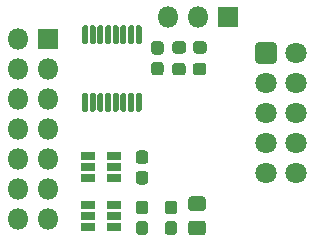
<source format=gts>
%TF.GenerationSoftware,KiCad,Pcbnew,(5.1.6-0)*%
%TF.CreationDate,2022-11-03T10:15:40+01:00*%
%TF.ProjectId,Monitorswitch,4d6f6e69-746f-4727-9377-697463682e6b,rev?*%
%TF.SameCoordinates,Original*%
%TF.FileFunction,Soldermask,Top*%
%TF.FilePolarity,Negative*%
%FSLAX46Y46*%
G04 Gerber Fmt 4.6, Leading zero omitted, Abs format (unit mm)*
G04 Created by KiCad (PCBNEW (5.1.6-0)) date 2022-11-03 10:15:40*
%MOMM*%
%LPD*%
G01*
G04 APERTURE LIST*
%ADD10R,1.160000X0.750000*%
%ADD11O,1.800000X1.800000*%
%ADD12R,1.800000X1.800000*%
%ADD13C,1.800000*%
G04 APERTURE END LIST*
D10*
%TO.C,U3*%
X129174600Y-107223600D03*
X129174600Y-106273600D03*
X129174600Y-108173600D03*
X126974600Y-108173600D03*
X126974600Y-107223600D03*
X126974600Y-106273600D03*
%TD*%
%TO.C,U2*%
X129184400Y-111389200D03*
X129184400Y-110439200D03*
X129184400Y-112339200D03*
X126984400Y-112339200D03*
X126984400Y-111389200D03*
X126984400Y-110439200D03*
%TD*%
D11*
%TO.C,J3*%
X133760000Y-94500000D03*
X136300000Y-94500000D03*
D12*
X138840000Y-94500000D03*
%TD*%
D13*
%TO.C,J1*%
X144590000Y-107740000D03*
X144590000Y-105200000D03*
X144590000Y-102660000D03*
X144590000Y-100120000D03*
X144590000Y-97580000D03*
X142050000Y-107740000D03*
X142050000Y-105200000D03*
X142050000Y-102660000D03*
X142050000Y-100120000D03*
G36*
G01*
X141150000Y-98215294D02*
X141150000Y-96944706D01*
G75*
G02*
X141414706Y-96680000I264706J0D01*
G01*
X142685294Y-96680000D01*
G75*
G02*
X142950000Y-96944706I0J-264706D01*
G01*
X142950000Y-98215294D01*
G75*
G02*
X142685294Y-98480000I-264706J0D01*
G01*
X141414706Y-98480000D01*
G75*
G02*
X141150000Y-98215294I0J264706D01*
G01*
G37*
%TD*%
%TO.C,R1*%
G36*
G01*
X134262500Y-111225000D02*
X133737500Y-111225000D01*
G75*
G02*
X133475000Y-110962500I0J262500D01*
G01*
X133475000Y-110337500D01*
G75*
G02*
X133737500Y-110075000I262500J0D01*
G01*
X134262500Y-110075000D01*
G75*
G02*
X134525000Y-110337500I0J-262500D01*
G01*
X134525000Y-110962500D01*
G75*
G02*
X134262500Y-111225000I-262500J0D01*
G01*
G37*
G36*
G01*
X134262500Y-112975000D02*
X133737500Y-112975000D01*
G75*
G02*
X133475000Y-112712500I0J262500D01*
G01*
X133475000Y-112087500D01*
G75*
G02*
X133737500Y-111825000I262500J0D01*
G01*
X134262500Y-111825000D01*
G75*
G02*
X134525000Y-112087500I0J-262500D01*
G01*
X134525000Y-112712500D01*
G75*
G02*
X134262500Y-112975000I-262500J0D01*
G01*
G37*
%TD*%
D11*
%TO.C,J2*%
X121060000Y-111640000D03*
X123600000Y-111640000D03*
X121060000Y-109100000D03*
X123600000Y-109100000D03*
X121060000Y-106560000D03*
X123600000Y-106560000D03*
X121060000Y-104020000D03*
X123600000Y-104020000D03*
X121060000Y-101480000D03*
X123600000Y-101480000D03*
X121060000Y-98940000D03*
X123600000Y-98940000D03*
X121060000Y-96400000D03*
D12*
X123600000Y-96400000D03*
%TD*%
%TO.C,FB2*%
G36*
G01*
X135875000Y-97362500D02*
X135875000Y-96837500D01*
G75*
G02*
X136137500Y-96575000I262500J0D01*
G01*
X136762500Y-96575000D01*
G75*
G02*
X137025000Y-96837500I0J-262500D01*
G01*
X137025000Y-97362500D01*
G75*
G02*
X136762500Y-97625000I-262500J0D01*
G01*
X136137500Y-97625000D01*
G75*
G02*
X135875000Y-97362500I0J262500D01*
G01*
G37*
G36*
G01*
X134125000Y-97362500D02*
X134125000Y-96837500D01*
G75*
G02*
X134387500Y-96575000I262500J0D01*
G01*
X135012500Y-96575000D01*
G75*
G02*
X135275000Y-96837500I0J-262500D01*
G01*
X135275000Y-97362500D01*
G75*
G02*
X135012500Y-97625000I-262500J0D01*
G01*
X134387500Y-97625000D01*
G75*
G02*
X134125000Y-97362500I0J262500D01*
G01*
G37*
%TD*%
%TO.C,FB1*%
G36*
G01*
X135850000Y-99212500D02*
X135850000Y-98687500D01*
G75*
G02*
X136112500Y-98425000I262500J0D01*
G01*
X136737500Y-98425000D01*
G75*
G02*
X137000000Y-98687500I0J-262500D01*
G01*
X137000000Y-99212500D01*
G75*
G02*
X136737500Y-99475000I-262500J0D01*
G01*
X136112500Y-99475000D01*
G75*
G02*
X135850000Y-99212500I0J262500D01*
G01*
G37*
G36*
G01*
X134100000Y-99212500D02*
X134100000Y-98687500D01*
G75*
G02*
X134362500Y-98425000I262500J0D01*
G01*
X134987500Y-98425000D01*
G75*
G02*
X135250000Y-98687500I0J-262500D01*
G01*
X135250000Y-99212500D01*
G75*
G02*
X134987500Y-99475000I-262500J0D01*
G01*
X134362500Y-99475000D01*
G75*
G02*
X134100000Y-99212500I0J262500D01*
G01*
G37*
%TD*%
%TO.C,C4*%
G36*
G01*
X136685762Y-110970000D02*
X135729238Y-110970000D01*
G75*
G02*
X135457500Y-110698262I0J271738D01*
G01*
X135457500Y-109991738D01*
G75*
G02*
X135729238Y-109720000I271738J0D01*
G01*
X136685762Y-109720000D01*
G75*
G02*
X136957500Y-109991738I0J-271738D01*
G01*
X136957500Y-110698262D01*
G75*
G02*
X136685762Y-110970000I-271738J0D01*
G01*
G37*
G36*
G01*
X136685762Y-113020000D02*
X135729238Y-113020000D01*
G75*
G02*
X135457500Y-112748262I0J271738D01*
G01*
X135457500Y-112041738D01*
G75*
G02*
X135729238Y-111770000I271738J0D01*
G01*
X136685762Y-111770000D01*
G75*
G02*
X136957500Y-112041738I0J-271738D01*
G01*
X136957500Y-112748262D01*
G75*
G02*
X136685762Y-113020000I-271738J0D01*
G01*
G37*
%TD*%
%TO.C,C3*%
G36*
G01*
X131812500Y-106975000D02*
X131287500Y-106975000D01*
G75*
G02*
X131025000Y-106712500I0J262500D01*
G01*
X131025000Y-106087500D01*
G75*
G02*
X131287500Y-105825000I262500J0D01*
G01*
X131812500Y-105825000D01*
G75*
G02*
X132075000Y-106087500I0J-262500D01*
G01*
X132075000Y-106712500D01*
G75*
G02*
X131812500Y-106975000I-262500J0D01*
G01*
G37*
G36*
G01*
X131812500Y-108725000D02*
X131287500Y-108725000D01*
G75*
G02*
X131025000Y-108462500I0J262500D01*
G01*
X131025000Y-107837500D01*
G75*
G02*
X131287500Y-107575000I262500J0D01*
G01*
X131812500Y-107575000D01*
G75*
G02*
X132075000Y-107837500I0J-262500D01*
G01*
X132075000Y-108462500D01*
G75*
G02*
X131812500Y-108725000I-262500J0D01*
G01*
G37*
%TD*%
%TO.C,C2*%
G36*
G01*
X131812500Y-111225000D02*
X131287500Y-111225000D01*
G75*
G02*
X131025000Y-110962500I0J262500D01*
G01*
X131025000Y-110337500D01*
G75*
G02*
X131287500Y-110075000I262500J0D01*
G01*
X131812500Y-110075000D01*
G75*
G02*
X132075000Y-110337500I0J-262500D01*
G01*
X132075000Y-110962500D01*
G75*
G02*
X131812500Y-111225000I-262500J0D01*
G01*
G37*
G36*
G01*
X131812500Y-112975000D02*
X131287500Y-112975000D01*
G75*
G02*
X131025000Y-112712500I0J262500D01*
G01*
X131025000Y-112087500D01*
G75*
G02*
X131287500Y-111825000I262500J0D01*
G01*
X131812500Y-111825000D01*
G75*
G02*
X132075000Y-112087500I0J-262500D01*
G01*
X132075000Y-112712500D01*
G75*
G02*
X131812500Y-112975000I-262500J0D01*
G01*
G37*
%TD*%
%TO.C,C1*%
G36*
G01*
X133112500Y-97725000D02*
X132587500Y-97725000D01*
G75*
G02*
X132325000Y-97462500I0J262500D01*
G01*
X132325000Y-96837500D01*
G75*
G02*
X132587500Y-96575000I262500J0D01*
G01*
X133112500Y-96575000D01*
G75*
G02*
X133375000Y-96837500I0J-262500D01*
G01*
X133375000Y-97462500D01*
G75*
G02*
X133112500Y-97725000I-262500J0D01*
G01*
G37*
G36*
G01*
X133112500Y-99475000D02*
X132587500Y-99475000D01*
G75*
G02*
X132325000Y-99212500I0J262500D01*
G01*
X132325000Y-98587500D01*
G75*
G02*
X132587500Y-98325000I262500J0D01*
G01*
X133112500Y-98325000D01*
G75*
G02*
X133375000Y-98587500I0J-262500D01*
G01*
X133375000Y-99212500D01*
G75*
G02*
X133112500Y-99475000I-262500J0D01*
G01*
G37*
%TD*%
%TO.C,U1*%
G36*
G01*
X126850000Y-96825000D02*
X126600000Y-96825000D01*
G75*
G02*
X126475000Y-96700000I0J125000D01*
G01*
X126475000Y-95375000D01*
G75*
G02*
X126600000Y-95250000I125000J0D01*
G01*
X126850000Y-95250000D01*
G75*
G02*
X126975000Y-95375000I0J-125000D01*
G01*
X126975000Y-96700000D01*
G75*
G02*
X126850000Y-96825000I-125000J0D01*
G01*
G37*
G36*
G01*
X127500000Y-96825000D02*
X127250000Y-96825000D01*
G75*
G02*
X127125000Y-96700000I0J125000D01*
G01*
X127125000Y-95375000D01*
G75*
G02*
X127250000Y-95250000I125000J0D01*
G01*
X127500000Y-95250000D01*
G75*
G02*
X127625000Y-95375000I0J-125000D01*
G01*
X127625000Y-96700000D01*
G75*
G02*
X127500000Y-96825000I-125000J0D01*
G01*
G37*
G36*
G01*
X128150000Y-96825000D02*
X127900000Y-96825000D01*
G75*
G02*
X127775000Y-96700000I0J125000D01*
G01*
X127775000Y-95375000D01*
G75*
G02*
X127900000Y-95250000I125000J0D01*
G01*
X128150000Y-95250000D01*
G75*
G02*
X128275000Y-95375000I0J-125000D01*
G01*
X128275000Y-96700000D01*
G75*
G02*
X128150000Y-96825000I-125000J0D01*
G01*
G37*
G36*
G01*
X128800000Y-96825000D02*
X128550000Y-96825000D01*
G75*
G02*
X128425000Y-96700000I0J125000D01*
G01*
X128425000Y-95375000D01*
G75*
G02*
X128550000Y-95250000I125000J0D01*
G01*
X128800000Y-95250000D01*
G75*
G02*
X128925000Y-95375000I0J-125000D01*
G01*
X128925000Y-96700000D01*
G75*
G02*
X128800000Y-96825000I-125000J0D01*
G01*
G37*
G36*
G01*
X129450000Y-96825000D02*
X129200000Y-96825000D01*
G75*
G02*
X129075000Y-96700000I0J125000D01*
G01*
X129075000Y-95375000D01*
G75*
G02*
X129200000Y-95250000I125000J0D01*
G01*
X129450000Y-95250000D01*
G75*
G02*
X129575000Y-95375000I0J-125000D01*
G01*
X129575000Y-96700000D01*
G75*
G02*
X129450000Y-96825000I-125000J0D01*
G01*
G37*
G36*
G01*
X130100000Y-96825000D02*
X129850000Y-96825000D01*
G75*
G02*
X129725000Y-96700000I0J125000D01*
G01*
X129725000Y-95375000D01*
G75*
G02*
X129850000Y-95250000I125000J0D01*
G01*
X130100000Y-95250000D01*
G75*
G02*
X130225000Y-95375000I0J-125000D01*
G01*
X130225000Y-96700000D01*
G75*
G02*
X130100000Y-96825000I-125000J0D01*
G01*
G37*
G36*
G01*
X130750000Y-96825000D02*
X130500000Y-96825000D01*
G75*
G02*
X130375000Y-96700000I0J125000D01*
G01*
X130375000Y-95375000D01*
G75*
G02*
X130500000Y-95250000I125000J0D01*
G01*
X130750000Y-95250000D01*
G75*
G02*
X130875000Y-95375000I0J-125000D01*
G01*
X130875000Y-96700000D01*
G75*
G02*
X130750000Y-96825000I-125000J0D01*
G01*
G37*
G36*
G01*
X131400000Y-96825000D02*
X131150000Y-96825000D01*
G75*
G02*
X131025000Y-96700000I0J125000D01*
G01*
X131025000Y-95375000D01*
G75*
G02*
X131150000Y-95250000I125000J0D01*
G01*
X131400000Y-95250000D01*
G75*
G02*
X131525000Y-95375000I0J-125000D01*
G01*
X131525000Y-96700000D01*
G75*
G02*
X131400000Y-96825000I-125000J0D01*
G01*
G37*
G36*
G01*
X131400000Y-102550000D02*
X131150000Y-102550000D01*
G75*
G02*
X131025000Y-102425000I0J125000D01*
G01*
X131025000Y-101100000D01*
G75*
G02*
X131150000Y-100975000I125000J0D01*
G01*
X131400000Y-100975000D01*
G75*
G02*
X131525000Y-101100000I0J-125000D01*
G01*
X131525000Y-102425000D01*
G75*
G02*
X131400000Y-102550000I-125000J0D01*
G01*
G37*
G36*
G01*
X130750000Y-102550000D02*
X130500000Y-102550000D01*
G75*
G02*
X130375000Y-102425000I0J125000D01*
G01*
X130375000Y-101100000D01*
G75*
G02*
X130500000Y-100975000I125000J0D01*
G01*
X130750000Y-100975000D01*
G75*
G02*
X130875000Y-101100000I0J-125000D01*
G01*
X130875000Y-102425000D01*
G75*
G02*
X130750000Y-102550000I-125000J0D01*
G01*
G37*
G36*
G01*
X130100000Y-102550000D02*
X129850000Y-102550000D01*
G75*
G02*
X129725000Y-102425000I0J125000D01*
G01*
X129725000Y-101100000D01*
G75*
G02*
X129850000Y-100975000I125000J0D01*
G01*
X130100000Y-100975000D01*
G75*
G02*
X130225000Y-101100000I0J-125000D01*
G01*
X130225000Y-102425000D01*
G75*
G02*
X130100000Y-102550000I-125000J0D01*
G01*
G37*
G36*
G01*
X129450000Y-102550000D02*
X129200000Y-102550000D01*
G75*
G02*
X129075000Y-102425000I0J125000D01*
G01*
X129075000Y-101100000D01*
G75*
G02*
X129200000Y-100975000I125000J0D01*
G01*
X129450000Y-100975000D01*
G75*
G02*
X129575000Y-101100000I0J-125000D01*
G01*
X129575000Y-102425000D01*
G75*
G02*
X129450000Y-102550000I-125000J0D01*
G01*
G37*
G36*
G01*
X128800000Y-102550000D02*
X128550000Y-102550000D01*
G75*
G02*
X128425000Y-102425000I0J125000D01*
G01*
X128425000Y-101100000D01*
G75*
G02*
X128550000Y-100975000I125000J0D01*
G01*
X128800000Y-100975000D01*
G75*
G02*
X128925000Y-101100000I0J-125000D01*
G01*
X128925000Y-102425000D01*
G75*
G02*
X128800000Y-102550000I-125000J0D01*
G01*
G37*
G36*
G01*
X128150000Y-102550000D02*
X127900000Y-102550000D01*
G75*
G02*
X127775000Y-102425000I0J125000D01*
G01*
X127775000Y-101100000D01*
G75*
G02*
X127900000Y-100975000I125000J0D01*
G01*
X128150000Y-100975000D01*
G75*
G02*
X128275000Y-101100000I0J-125000D01*
G01*
X128275000Y-102425000D01*
G75*
G02*
X128150000Y-102550000I-125000J0D01*
G01*
G37*
G36*
G01*
X127500000Y-102550000D02*
X127250000Y-102550000D01*
G75*
G02*
X127125000Y-102425000I0J125000D01*
G01*
X127125000Y-101100000D01*
G75*
G02*
X127250000Y-100975000I125000J0D01*
G01*
X127500000Y-100975000D01*
G75*
G02*
X127625000Y-101100000I0J-125000D01*
G01*
X127625000Y-102425000D01*
G75*
G02*
X127500000Y-102550000I-125000J0D01*
G01*
G37*
G36*
G01*
X126850000Y-102550000D02*
X126600000Y-102550000D01*
G75*
G02*
X126475000Y-102425000I0J125000D01*
G01*
X126475000Y-101100000D01*
G75*
G02*
X126600000Y-100975000I125000J0D01*
G01*
X126850000Y-100975000D01*
G75*
G02*
X126975000Y-101100000I0J-125000D01*
G01*
X126975000Y-102425000D01*
G75*
G02*
X126850000Y-102550000I-125000J0D01*
G01*
G37*
%TD*%
M02*

</source>
